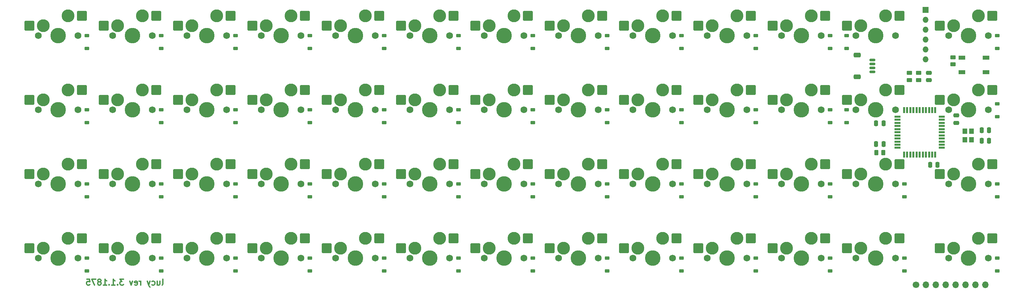
<source format=gbr>
%TF.GenerationSoftware,KiCad,Pcbnew,7.0.1-0*%
%TF.CreationDate,2023-08-02T22:11:56-05:00*%
%TF.ProjectId,pcb,7063622e-6b69-4636-9164-5f7063625858,rev?*%
%TF.SameCoordinates,Original*%
%TF.FileFunction,Soldermask,Bot*%
%TF.FilePolarity,Negative*%
%FSLAX46Y46*%
G04 Gerber Fmt 4.6, Leading zero omitted, Abs format (unit mm)*
G04 Created by KiCad (PCBNEW 7.0.1-0) date 2023-08-02 22:11:56*
%MOMM*%
%LPD*%
G01*
G04 APERTURE LIST*
G04 Aperture macros list*
%AMRoundRect*
0 Rectangle with rounded corners*
0 $1 Rounding radius*
0 $2 $3 $4 $5 $6 $7 $8 $9 X,Y pos of 4 corners*
0 Add a 4 corners polygon primitive as box body*
4,1,4,$2,$3,$4,$5,$6,$7,$8,$9,$2,$3,0*
0 Add four circle primitives for the rounded corners*
1,1,$1+$1,$2,$3*
1,1,$1+$1,$4,$5*
1,1,$1+$1,$6,$7*
1,1,$1+$1,$8,$9*
0 Add four rect primitives between the rounded corners*
20,1,$1+$1,$2,$3,$4,$5,0*
20,1,$1+$1,$4,$5,$6,$7,0*
20,1,$1+$1,$6,$7,$8,$9,0*
20,1,$1+$1,$8,$9,$2,$3,0*%
G04 Aperture macros list end*
%ADD10C,0.300000*%
%ADD11RoundRect,0.225000X0.375000X-0.225000X0.375000X0.225000X-0.375000X0.225000X-0.375000X-0.225000X0*%
%ADD12RoundRect,0.250000X-0.475000X0.250000X-0.475000X-0.250000X0.475000X-0.250000X0.475000X0.250000X0*%
%ADD13RoundRect,0.250000X0.450000X-0.262500X0.450000X0.262500X-0.450000X0.262500X-0.450000X-0.262500X0*%
%ADD14C,1.750000*%
%ADD15C,3.987800*%
%ADD16C,3.300000*%
%ADD17RoundRect,0.250000X1.025000X1.000000X-1.025000X1.000000X-1.025000X-1.000000X1.025000X-1.000000X0*%
%ADD18RoundRect,0.250000X-0.450000X0.262500X-0.450000X-0.262500X0.450000X-0.262500X0.450000X0.262500X0*%
%ADD19RoundRect,0.250000X-0.250000X-0.475000X0.250000X-0.475000X0.250000X0.475000X-0.250000X0.475000X0*%
%ADD20RoundRect,0.250000X0.250000X0.475000X-0.250000X0.475000X-0.250000X-0.475000X0.250000X-0.475000X0*%
%ADD21R,1.200000X1.400000*%
%ADD22RoundRect,0.250000X0.475000X-0.250000X0.475000X0.250000X-0.475000X0.250000X-0.475000X-0.250000X0*%
%ADD23RoundRect,0.150000X0.625000X-0.150000X0.625000X0.150000X-0.625000X0.150000X-0.625000X-0.150000X0*%
%ADD24RoundRect,0.250000X0.650000X-0.350000X0.650000X0.350000X-0.650000X0.350000X-0.650000X-0.350000X0*%
%ADD25RoundRect,0.250000X-0.262500X-0.450000X0.262500X-0.450000X0.262500X0.450000X-0.262500X0.450000X0*%
%ADD26C,1.700000*%
%ADD27O,1.700000X1.700000*%
%ADD28R,0.550000X1.500000*%
%ADD29R,1.500000X0.550000*%
%ADD30O,1.524000X1.524000*%
%ADD31R,1.524000X1.524000*%
%ADD32R,1.800000X1.100000*%
G04 APERTURE END LIST*
D10*
X63566964Y-93843928D02*
X63709821Y-93772500D01*
X63709821Y-93772500D02*
X63781250Y-93629642D01*
X63781250Y-93629642D02*
X63781250Y-92343928D01*
X62352679Y-92843928D02*
X62352679Y-93843928D01*
X62995536Y-92843928D02*
X62995536Y-93629642D01*
X62995536Y-93629642D02*
X62924107Y-93772500D01*
X62924107Y-93772500D02*
X62781250Y-93843928D01*
X62781250Y-93843928D02*
X62566964Y-93843928D01*
X62566964Y-93843928D02*
X62424107Y-93772500D01*
X62424107Y-93772500D02*
X62352679Y-93701071D01*
X60995536Y-93772500D02*
X61138393Y-93843928D01*
X61138393Y-93843928D02*
X61424107Y-93843928D01*
X61424107Y-93843928D02*
X61566964Y-93772500D01*
X61566964Y-93772500D02*
X61638393Y-93701071D01*
X61638393Y-93701071D02*
X61709821Y-93558214D01*
X61709821Y-93558214D02*
X61709821Y-93129642D01*
X61709821Y-93129642D02*
X61638393Y-92986785D01*
X61638393Y-92986785D02*
X61566964Y-92915357D01*
X61566964Y-92915357D02*
X61424107Y-92843928D01*
X61424107Y-92843928D02*
X61138393Y-92843928D01*
X61138393Y-92843928D02*
X60995536Y-92915357D01*
X60495536Y-92843928D02*
X60138393Y-93843928D01*
X59781250Y-92843928D02*
X60138393Y-93843928D01*
X60138393Y-93843928D02*
X60281250Y-94201071D01*
X60281250Y-94201071D02*
X60352679Y-94272500D01*
X60352679Y-94272500D02*
X60495536Y-94343928D01*
X58066965Y-93843928D02*
X58066965Y-92843928D01*
X58066965Y-93129642D02*
X57995536Y-92986785D01*
X57995536Y-92986785D02*
X57924108Y-92915357D01*
X57924108Y-92915357D02*
X57781250Y-92843928D01*
X57781250Y-92843928D02*
X57638393Y-92843928D01*
X56566965Y-93772500D02*
X56709822Y-93843928D01*
X56709822Y-93843928D02*
X56995537Y-93843928D01*
X56995537Y-93843928D02*
X57138394Y-93772500D01*
X57138394Y-93772500D02*
X57209822Y-93629642D01*
X57209822Y-93629642D02*
X57209822Y-93058214D01*
X57209822Y-93058214D02*
X57138394Y-92915357D01*
X57138394Y-92915357D02*
X56995537Y-92843928D01*
X56995537Y-92843928D02*
X56709822Y-92843928D01*
X56709822Y-92843928D02*
X56566965Y-92915357D01*
X56566965Y-92915357D02*
X56495537Y-93058214D01*
X56495537Y-93058214D02*
X56495537Y-93201071D01*
X56495537Y-93201071D02*
X57209822Y-93343928D01*
X55995537Y-92843928D02*
X55638394Y-93843928D01*
X55638394Y-93843928D02*
X55281251Y-92843928D01*
X53709823Y-92343928D02*
X52781251Y-92343928D01*
X52781251Y-92343928D02*
X53281251Y-92915357D01*
X53281251Y-92915357D02*
X53066966Y-92915357D01*
X53066966Y-92915357D02*
X52924109Y-92986785D01*
X52924109Y-92986785D02*
X52852680Y-93058214D01*
X52852680Y-93058214D02*
X52781251Y-93201071D01*
X52781251Y-93201071D02*
X52781251Y-93558214D01*
X52781251Y-93558214D02*
X52852680Y-93701071D01*
X52852680Y-93701071D02*
X52924109Y-93772500D01*
X52924109Y-93772500D02*
X53066966Y-93843928D01*
X53066966Y-93843928D02*
X53495537Y-93843928D01*
X53495537Y-93843928D02*
X53638394Y-93772500D01*
X53638394Y-93772500D02*
X53709823Y-93701071D01*
X52138395Y-93701071D02*
X52066966Y-93772500D01*
X52066966Y-93772500D02*
X52138395Y-93843928D01*
X52138395Y-93843928D02*
X52209823Y-93772500D01*
X52209823Y-93772500D02*
X52138395Y-93701071D01*
X52138395Y-93701071D02*
X52138395Y-93843928D01*
X50638394Y-93843928D02*
X51495537Y-93843928D01*
X51066966Y-93843928D02*
X51066966Y-92343928D01*
X51066966Y-92343928D02*
X51209823Y-92558214D01*
X51209823Y-92558214D02*
X51352680Y-92701071D01*
X51352680Y-92701071D02*
X51495537Y-92772500D01*
X49995538Y-93701071D02*
X49924109Y-93772500D01*
X49924109Y-93772500D02*
X49995538Y-93843928D01*
X49995538Y-93843928D02*
X50066966Y-93772500D01*
X50066966Y-93772500D02*
X49995538Y-93701071D01*
X49995538Y-93701071D02*
X49995538Y-93843928D01*
X48495537Y-93843928D02*
X49352680Y-93843928D01*
X48924109Y-93843928D02*
X48924109Y-92343928D01*
X48924109Y-92343928D02*
X49066966Y-92558214D01*
X49066966Y-92558214D02*
X49209823Y-92701071D01*
X49209823Y-92701071D02*
X49352680Y-92772500D01*
X47638395Y-92986785D02*
X47781252Y-92915357D01*
X47781252Y-92915357D02*
X47852681Y-92843928D01*
X47852681Y-92843928D02*
X47924109Y-92701071D01*
X47924109Y-92701071D02*
X47924109Y-92629642D01*
X47924109Y-92629642D02*
X47852681Y-92486785D01*
X47852681Y-92486785D02*
X47781252Y-92415357D01*
X47781252Y-92415357D02*
X47638395Y-92343928D01*
X47638395Y-92343928D02*
X47352681Y-92343928D01*
X47352681Y-92343928D02*
X47209824Y-92415357D01*
X47209824Y-92415357D02*
X47138395Y-92486785D01*
X47138395Y-92486785D02*
X47066966Y-92629642D01*
X47066966Y-92629642D02*
X47066966Y-92701071D01*
X47066966Y-92701071D02*
X47138395Y-92843928D01*
X47138395Y-92843928D02*
X47209824Y-92915357D01*
X47209824Y-92915357D02*
X47352681Y-92986785D01*
X47352681Y-92986785D02*
X47638395Y-92986785D01*
X47638395Y-92986785D02*
X47781252Y-93058214D01*
X47781252Y-93058214D02*
X47852681Y-93129642D01*
X47852681Y-93129642D02*
X47924109Y-93272500D01*
X47924109Y-93272500D02*
X47924109Y-93558214D01*
X47924109Y-93558214D02*
X47852681Y-93701071D01*
X47852681Y-93701071D02*
X47781252Y-93772500D01*
X47781252Y-93772500D02*
X47638395Y-93843928D01*
X47638395Y-93843928D02*
X47352681Y-93843928D01*
X47352681Y-93843928D02*
X47209824Y-93772500D01*
X47209824Y-93772500D02*
X47138395Y-93701071D01*
X47138395Y-93701071D02*
X47066966Y-93558214D01*
X47066966Y-93558214D02*
X47066966Y-93272500D01*
X47066966Y-93272500D02*
X47138395Y-93129642D01*
X47138395Y-93129642D02*
X47209824Y-93058214D01*
X47209824Y-93058214D02*
X47352681Y-92986785D01*
X46566967Y-92343928D02*
X45566967Y-92343928D01*
X45566967Y-92343928D02*
X46209824Y-93843928D01*
X44281253Y-92343928D02*
X44995539Y-92343928D01*
X44995539Y-92343928D02*
X45066967Y-93058214D01*
X45066967Y-93058214D02*
X44995539Y-92986785D01*
X44995539Y-92986785D02*
X44852682Y-92915357D01*
X44852682Y-92915357D02*
X44495539Y-92915357D01*
X44495539Y-92915357D02*
X44352682Y-92986785D01*
X44352682Y-92986785D02*
X44281253Y-93058214D01*
X44281253Y-93058214D02*
X44209824Y-93201071D01*
X44209824Y-93201071D02*
X44209824Y-93558214D01*
X44209824Y-93558214D02*
X44281253Y-93701071D01*
X44281253Y-93701071D02*
X44352682Y-93772500D01*
X44352682Y-93772500D02*
X44495539Y-93843928D01*
X44495539Y-93843928D02*
X44852682Y-93843928D01*
X44852682Y-93843928D02*
X44995539Y-93772500D01*
X44995539Y-93772500D02*
X45066967Y-93701071D01*
D11*
%TO.C,D7*%
X158606252Y-33075000D03*
X158606252Y-29775000D03*
%TD*%
D12*
%TO.C,C4*%
X267100000Y-50300000D03*
X267100000Y-52200000D03*
%TD*%
D13*
%TO.C,RSW1*%
X266250000Y-37162500D03*
X266250000Y-35337500D03*
%TD*%
D11*
%TO.C,D8*%
X177656252Y-33075000D03*
X177656252Y-29775000D03*
%TD*%
%TO.C,D14*%
X44306252Y-52125000D03*
X44306252Y-48825000D03*
%TD*%
D14*
%TO.C,MX42*%
X80089438Y-86915698D03*
D15*
X75009438Y-86915698D03*
D14*
X69929438Y-86915698D03*
D16*
X71199438Y-84375698D03*
D17*
X67649438Y-84375698D03*
X81099438Y-81835698D03*
D16*
X77549438Y-81835698D03*
%TD*%
D11*
%TO.C,D35*%
X196706252Y-71200000D03*
X196706252Y-67900000D03*
%TD*%
%TO.C,D11*%
X234806252Y-33075000D03*
X234806252Y-29775000D03*
%TD*%
D18*
%TO.C,R3*%
X257450000Y-39337500D03*
X257450000Y-41162500D03*
%TD*%
D14*
%TO.C,MX9*%
X194389534Y-29765650D03*
D15*
X189309534Y-29765650D03*
D14*
X184229534Y-29765650D03*
D16*
X185499534Y-27225650D03*
D17*
X181949534Y-27225650D03*
X195399534Y-24685650D03*
D16*
X191849534Y-24685650D03*
%TD*%
D14*
%TO.C,MX3*%
X80089438Y-29765650D03*
D15*
X75009438Y-29765650D03*
D14*
X69929438Y-29765650D03*
D16*
X71199438Y-27225650D03*
D17*
X67649438Y-27225650D03*
X81099438Y-24685650D03*
D16*
X77549438Y-24685650D03*
%TD*%
D11*
%TO.C,D39*%
X277668748Y-71200000D03*
X277668748Y-67900000D03*
%TD*%
D14*
%TO.C,MX41*%
X61039422Y-86915698D03*
D15*
X55959422Y-86915698D03*
D14*
X50879422Y-86915698D03*
D16*
X52149422Y-84375698D03*
D17*
X48599422Y-84375698D03*
X62049422Y-81835698D03*
D16*
X58499422Y-81835698D03*
%TD*%
D14*
%TO.C,MX25*%
X251539582Y-48815666D03*
D15*
X246459582Y-48815666D03*
D14*
X241379582Y-48815666D03*
D16*
X242649582Y-46275666D03*
D17*
X239099582Y-46275666D03*
X252549582Y-43735666D03*
D16*
X248999582Y-43735666D03*
%TD*%
D14*
%TO.C,MX22*%
X194389534Y-48815666D03*
D15*
X189309534Y-48815666D03*
D14*
X184229534Y-48815666D03*
D16*
X185499534Y-46275666D03*
D17*
X181949534Y-46275666D03*
X195399534Y-43735666D03*
D16*
X191849534Y-43735666D03*
%TD*%
D14*
%TO.C,MX49*%
X213439550Y-86915698D03*
D15*
X208359550Y-86915698D03*
D14*
X203279550Y-86915698D03*
D16*
X204549550Y-84375698D03*
D17*
X200999550Y-84375698D03*
X214449550Y-81835698D03*
D16*
X210899550Y-81835698D03*
%TD*%
D11*
%TO.C,D46*%
X158606252Y-90200000D03*
X158606252Y-86900000D03*
%TD*%
%TO.C,D40*%
X44306252Y-90200000D03*
X44306252Y-86900000D03*
%TD*%
D14*
%TO.C,MX10*%
X213439550Y-29765650D03*
D15*
X208359550Y-29765650D03*
D14*
X203279550Y-29765650D03*
D16*
X204549550Y-27225650D03*
D17*
X200999550Y-27225650D03*
X214449550Y-24685650D03*
D16*
X210899550Y-24685650D03*
%TD*%
D19*
%TO.C,CX1*%
X273650000Y-54050000D03*
X275550000Y-54050000D03*
%TD*%
D13*
%TO.C,R2*%
X255150000Y-41162500D03*
X255150000Y-39337500D03*
%TD*%
D20*
%TO.C,C1*%
X248490834Y-52275000D03*
X246590834Y-52275000D03*
%TD*%
D11*
%TO.C,D4*%
X101456252Y-33075000D03*
X101456252Y-29775000D03*
%TD*%
D21*
%TO.C,Y1*%
X271050000Y-54325000D03*
X271050000Y-56525000D03*
X269350000Y-56525000D03*
X269350000Y-54325000D03*
%TD*%
D20*
%TO.C,C2*%
X248500000Y-57600000D03*
X246600000Y-57600000D03*
%TD*%
D14*
%TO.C,MX19*%
X137239486Y-48815666D03*
D15*
X132159486Y-48815666D03*
D14*
X127079486Y-48815666D03*
D16*
X128349486Y-46275666D03*
D17*
X124799486Y-46275666D03*
X138249486Y-43735666D03*
D16*
X134699486Y-43735666D03*
%TD*%
D11*
%TO.C,D29*%
X82406252Y-71200000D03*
X82406252Y-67900000D03*
%TD*%
D14*
%TO.C,MX21*%
X175339518Y-48815666D03*
D15*
X170259518Y-48815666D03*
D14*
X165179518Y-48815666D03*
D16*
X166449518Y-46275666D03*
D17*
X162899518Y-46275666D03*
X176349518Y-43735666D03*
D16*
X172799518Y-43735666D03*
%TD*%
D11*
%TO.C,D24*%
X234806252Y-52125000D03*
X234806252Y-48825000D03*
%TD*%
%TO.C,D31*%
X120506252Y-71200000D03*
X120506252Y-67900000D03*
%TD*%
%TO.C,D45*%
X139556252Y-90200000D03*
X139556252Y-86900000D03*
%TD*%
%TO.C,D16*%
X82406252Y-52125000D03*
X82406252Y-48825000D03*
%TD*%
%TO.C,D41*%
X63356252Y-90200000D03*
X63356252Y-86900000D03*
%TD*%
D14*
%TO.C,MX16*%
X80089438Y-48815666D03*
D15*
X75009438Y-48815666D03*
D14*
X69929438Y-48815666D03*
D16*
X71199438Y-46275666D03*
D17*
X67649438Y-46275666D03*
X81099438Y-43735666D03*
D16*
X77549438Y-43735666D03*
%TD*%
D11*
%TO.C,D13*%
X277668748Y-33075000D03*
X277668748Y-29775000D03*
%TD*%
D14*
%TO.C,MX32*%
X137239486Y-67865682D03*
D15*
X132159486Y-67865682D03*
D14*
X127079486Y-67865682D03*
D16*
X128349486Y-65325682D03*
D17*
X124799486Y-65325682D03*
X138249486Y-62785682D03*
D16*
X134699486Y-62785682D03*
%TD*%
D11*
%TO.C,D49*%
X215756252Y-90200000D03*
X215756252Y-86900000D03*
%TD*%
D14*
%TO.C,MX8*%
X175339518Y-29765650D03*
D15*
X170259518Y-29765650D03*
D14*
X165179518Y-29765650D03*
D16*
X166449518Y-27225650D03*
D17*
X162899518Y-27225650D03*
X176349518Y-24685650D03*
D16*
X172799518Y-24685650D03*
%TD*%
D11*
%TO.C,D51*%
X253856252Y-90200000D03*
X253856252Y-86900000D03*
%TD*%
%TO.C,D50*%
X234806252Y-90200000D03*
X234806252Y-86900000D03*
%TD*%
D22*
%TO.C,C5*%
X260075000Y-41200000D03*
X260075000Y-39300000D03*
%TD*%
D11*
%TO.C,D52*%
X277668748Y-90200000D03*
X277668748Y-86900000D03*
%TD*%
D14*
%TO.C,MX33*%
X156289502Y-67865682D03*
D15*
X151209502Y-67865682D03*
D14*
X146129502Y-67865682D03*
D16*
X147399502Y-65325682D03*
D17*
X143849502Y-65325682D03*
X157299502Y-62785682D03*
D16*
X153749502Y-62785682D03*
%TD*%
D11*
%TO.C,D37*%
X234806252Y-71200000D03*
X234806252Y-67900000D03*
%TD*%
%TO.C,D3*%
X82406252Y-33075000D03*
X82406252Y-29775000D03*
%TD*%
D19*
%TO.C,C3*%
X260450000Y-63000000D03*
X262350000Y-63000000D03*
%TD*%
D14*
%TO.C,MX37*%
X232489566Y-67865682D03*
D15*
X227409566Y-67865682D03*
D14*
X222329566Y-67865682D03*
D16*
X223599566Y-65325682D03*
D17*
X220049566Y-65325682D03*
X233499566Y-62785682D03*
D16*
X229949566Y-62785682D03*
%TD*%
D11*
%TO.C,D18*%
X120506252Y-52125000D03*
X120506252Y-48825000D03*
%TD*%
%TO.C,D28*%
X63356252Y-71200000D03*
X63356252Y-67900000D03*
%TD*%
D14*
%TO.C,MX34*%
X175339518Y-67865682D03*
D15*
X170259518Y-67865682D03*
D14*
X165179518Y-67865682D03*
D16*
X166449518Y-65325682D03*
D17*
X162899518Y-65325682D03*
X176349518Y-62785682D03*
D16*
X172799518Y-62785682D03*
%TD*%
D14*
%TO.C,MX28*%
X61039422Y-67865682D03*
D15*
X55959422Y-67865682D03*
D14*
X50879422Y-67865682D03*
D16*
X52149422Y-65325682D03*
D17*
X48599422Y-65325682D03*
X62049422Y-62785682D03*
D16*
X58499422Y-62785682D03*
%TD*%
D14*
%TO.C,MX47*%
X175339518Y-86915698D03*
D15*
X170259518Y-86915698D03*
D14*
X165179518Y-86915698D03*
D16*
X166449518Y-84375698D03*
D17*
X162899518Y-84375698D03*
X176349518Y-81835698D03*
D16*
X172799518Y-81835698D03*
%TD*%
D11*
%TO.C,D32*%
X139556252Y-71200000D03*
X139556252Y-67900000D03*
%TD*%
D14*
%TO.C,MX45*%
X137239486Y-86915698D03*
D15*
X132159486Y-86915698D03*
D14*
X127079486Y-86915698D03*
D16*
X128349486Y-84375698D03*
D17*
X124799486Y-84375698D03*
X138249486Y-81835698D03*
D16*
X134699486Y-81835698D03*
%TD*%
D11*
%TO.C,D5*%
X120506252Y-33075000D03*
X120506252Y-29775000D03*
%TD*%
D14*
%TO.C,MX4*%
X99139454Y-29765650D03*
D15*
X94059454Y-29765650D03*
D14*
X88979454Y-29765650D03*
D16*
X90249454Y-27225650D03*
D17*
X86699454Y-27225650D03*
X100149454Y-24685650D03*
D16*
X96599454Y-24685650D03*
%TD*%
D11*
%TO.C,D27*%
X44306252Y-71200000D03*
X44306252Y-67900000D03*
%TD*%
D14*
%TO.C,MX29*%
X80089438Y-67865682D03*
D15*
X75009438Y-67865682D03*
D14*
X69929438Y-67865682D03*
D16*
X71199438Y-65325682D03*
D17*
X67649438Y-65325682D03*
X81099438Y-62785682D03*
D16*
X77549438Y-62785682D03*
%TD*%
D14*
%TO.C,MX7*%
X156289502Y-29765650D03*
D15*
X151209502Y-29765650D03*
D14*
X146129502Y-29765650D03*
D16*
X147399502Y-27225650D03*
D17*
X143849502Y-27225650D03*
X157299502Y-24685650D03*
D16*
X153749502Y-24685650D03*
%TD*%
D11*
%TO.C,D48*%
X196706252Y-90200000D03*
X196706252Y-86900000D03*
%TD*%
%TO.C,D34*%
X177656252Y-71200000D03*
X177656252Y-67900000D03*
%TD*%
D14*
%TO.C,MX18*%
X118189470Y-48815666D03*
D15*
X113109470Y-48815666D03*
D14*
X108029470Y-48815666D03*
D16*
X109299470Y-46275666D03*
D17*
X105749470Y-46275666D03*
X119199470Y-43735666D03*
D16*
X115649470Y-43735666D03*
%TD*%
D11*
%TO.C,D20*%
X158606252Y-52125000D03*
X158606252Y-48825000D03*
%TD*%
D14*
%TO.C,MX39*%
X275352102Y-67865682D03*
D15*
X270272102Y-67865682D03*
D14*
X265192102Y-67865682D03*
D16*
X266462102Y-65325682D03*
D17*
X262912102Y-65325682D03*
X276362102Y-62785682D03*
D16*
X272812102Y-62785682D03*
%TD*%
D23*
%TO.C,J3*%
X245650000Y-39050000D03*
X245650000Y-38050000D03*
X245650000Y-37050000D03*
X245650000Y-36050000D03*
D24*
X241775000Y-40350000D03*
X241775000Y-34750000D03*
%TD*%
D14*
%TO.C,MX24*%
X232489566Y-48815666D03*
D15*
X227409566Y-48815666D03*
D14*
X222329566Y-48815666D03*
D16*
X223599566Y-46275666D03*
D17*
X220049566Y-46275666D03*
X233499566Y-43735666D03*
D16*
X229949566Y-43735666D03*
%TD*%
D11*
%TO.C,D19*%
X139556252Y-52125000D03*
X139556252Y-48825000D03*
%TD*%
D14*
%TO.C,MX43*%
X99139454Y-86915698D03*
D15*
X94059454Y-86915698D03*
D14*
X88979454Y-86915698D03*
D16*
X90249454Y-84375698D03*
D17*
X86699454Y-84375698D03*
X100149454Y-81835698D03*
D16*
X96599454Y-81835698D03*
%TD*%
D14*
%TO.C,MX13*%
X275352102Y-29765650D03*
D15*
X270272102Y-29765650D03*
D14*
X265192102Y-29765650D03*
D16*
X266462102Y-27225650D03*
D17*
X262912102Y-27225650D03*
X276362102Y-24685650D03*
D16*
X272812102Y-24685650D03*
%TD*%
D14*
%TO.C,MX6*%
X137239486Y-29765650D03*
D15*
X132159486Y-29765650D03*
D14*
X127079486Y-29765650D03*
D16*
X128349486Y-27225650D03*
D17*
X124799486Y-27225650D03*
X138249486Y-24685650D03*
D16*
X134699486Y-24685650D03*
%TD*%
D14*
%TO.C,MX36*%
X213439550Y-67865682D03*
D15*
X208359550Y-67865682D03*
D14*
X203279550Y-67865682D03*
D16*
X204549550Y-65325682D03*
D17*
X200999550Y-65325682D03*
X214449550Y-62785682D03*
D16*
X210899550Y-62785682D03*
%TD*%
D25*
%TO.C,R1*%
X246637500Y-59800000D03*
X248462500Y-59800000D03*
%TD*%
D26*
%TO.C,J5*%
X256825000Y-93750000D03*
D27*
X259365000Y-93750000D03*
X261905000Y-93750000D03*
X264445000Y-93750000D03*
X266985000Y-93750000D03*
X269525000Y-93750000D03*
X272065000Y-93750000D03*
X274605000Y-93750000D03*
%TD*%
D11*
%TO.C,D6*%
X139556252Y-33075000D03*
X139556252Y-29775000D03*
%TD*%
D14*
%TO.C,MX30*%
X99139454Y-67865682D03*
D15*
X94059454Y-67865682D03*
D14*
X88979454Y-67865682D03*
D16*
X90249454Y-65325682D03*
D17*
X86699454Y-65325682D03*
X100149454Y-62785682D03*
D16*
X96599454Y-62785682D03*
%TD*%
D11*
%TO.C,D12*%
X239050000Y-33075000D03*
X239050000Y-29775000D03*
%TD*%
%TO.C,D30*%
X101456252Y-71200000D03*
X101456252Y-67900000D03*
%TD*%
%TO.C,D2*%
X63351252Y-33075000D03*
X63351252Y-29775000D03*
%TD*%
D19*
%TO.C,CX2*%
X273650000Y-56750000D03*
X275550000Y-56750000D03*
%TD*%
D14*
%TO.C,MX35*%
X194389534Y-67865682D03*
D15*
X189309534Y-67865682D03*
D14*
X184229534Y-67865682D03*
D16*
X185499534Y-65325682D03*
D17*
X181949534Y-65325682D03*
X195399534Y-62785682D03*
D16*
X191849534Y-62785682D03*
%TD*%
D14*
%TO.C,MX15*%
X61039422Y-48815666D03*
D15*
X55959422Y-48815666D03*
D14*
X50879422Y-48815666D03*
D16*
X52149422Y-46275666D03*
D17*
X48599422Y-46275666D03*
X62049422Y-43735666D03*
D16*
X58499422Y-43735666D03*
%TD*%
D14*
%TO.C,MX48*%
X194389534Y-86915698D03*
D15*
X189309534Y-86915698D03*
D14*
X184229534Y-86915698D03*
D16*
X185499534Y-84375698D03*
D17*
X181949534Y-84375698D03*
X195399534Y-81835698D03*
D16*
X191849534Y-81835698D03*
%TD*%
D11*
%TO.C,D33*%
X158606252Y-71200000D03*
X158606252Y-67900000D03*
%TD*%
D14*
%TO.C,MX31*%
X118189470Y-67865682D03*
D15*
X113109470Y-67865682D03*
D14*
X108029470Y-67865682D03*
D16*
X109299470Y-65325682D03*
D17*
X105749470Y-65325682D03*
X119199470Y-62785682D03*
D16*
X115649470Y-62785682D03*
%TD*%
D11*
%TO.C,D22*%
X196706252Y-52125000D03*
X196706252Y-48825000D03*
%TD*%
D14*
%TO.C,MX17*%
X99139454Y-48815666D03*
D15*
X94059454Y-48815666D03*
D14*
X88979454Y-48815666D03*
D16*
X90249454Y-46275666D03*
D17*
X86699454Y-46275666D03*
X100149454Y-43735666D03*
D16*
X96599454Y-43735666D03*
%TD*%
D11*
%TO.C,D36*%
X215756252Y-71200000D03*
X215756252Y-67900000D03*
%TD*%
D14*
%TO.C,MX51*%
X251539582Y-86915698D03*
D15*
X246459582Y-86915698D03*
D14*
X241379582Y-86915698D03*
D16*
X242649582Y-84375698D03*
D17*
X239099582Y-84375698D03*
X252549582Y-81835698D03*
D16*
X248999582Y-81835698D03*
%TD*%
D28*
%TO.C,U1*%
X253750000Y-48900000D03*
X254550000Y-48900000D03*
X255350000Y-48900000D03*
X256150000Y-48900000D03*
X256950000Y-48900000D03*
X257750000Y-48900000D03*
X258550000Y-48900000D03*
X259350000Y-48900000D03*
X260150000Y-48900000D03*
X260950000Y-48900000D03*
X261750000Y-48900000D03*
D29*
X263450000Y-50600000D03*
X263450000Y-51400000D03*
X263450000Y-52200000D03*
X263450000Y-53000000D03*
X263450000Y-53800000D03*
X263450000Y-54600000D03*
X263450000Y-55400000D03*
X263450000Y-56200000D03*
X263450000Y-57000000D03*
X263450000Y-57800000D03*
X263450000Y-58600000D03*
D28*
X261750000Y-60300000D03*
X260950000Y-60300000D03*
X260150000Y-60300000D03*
X259350000Y-60300000D03*
X258550000Y-60300000D03*
X257750000Y-60300000D03*
X256950000Y-60300000D03*
X256150000Y-60300000D03*
X255350000Y-60300000D03*
X254550000Y-60300000D03*
X253750000Y-60300000D03*
D29*
X252050000Y-58600000D03*
X252050000Y-57800000D03*
X252050000Y-57000000D03*
X252050000Y-56200000D03*
X252050000Y-55400000D03*
X252050000Y-54600000D03*
X252050000Y-53800000D03*
X252050000Y-53000000D03*
X252050000Y-52200000D03*
X252050000Y-51400000D03*
X252050000Y-50600000D03*
%TD*%
D14*
%TO.C,MX44*%
X118189470Y-86915698D03*
D15*
X113109470Y-86915698D03*
D14*
X108029470Y-86915698D03*
D16*
X109299470Y-84375698D03*
D17*
X105749470Y-84375698D03*
X119199470Y-81835698D03*
D16*
X115649470Y-81835698D03*
%TD*%
D14*
%TO.C,MX27*%
X41989406Y-67865682D03*
D15*
X36909406Y-67865682D03*
D14*
X31829406Y-67865682D03*
D16*
X33099406Y-65325682D03*
D17*
X29549406Y-65325682D03*
X42999406Y-62785682D03*
D16*
X39449406Y-62785682D03*
%TD*%
D14*
%TO.C,MX40*%
X41989406Y-86915698D03*
D15*
X36909406Y-86915698D03*
D14*
X31829406Y-86915698D03*
D16*
X33099406Y-84375698D03*
D17*
X29549406Y-84375698D03*
X42999406Y-81835698D03*
D16*
X39449406Y-81835698D03*
%TD*%
D14*
%TO.C,MX12*%
X251539582Y-29765650D03*
D15*
X246459582Y-29765650D03*
D14*
X241379582Y-29765650D03*
D16*
X242649582Y-27225650D03*
D17*
X239099582Y-27225650D03*
X252549582Y-24685650D03*
D16*
X248999582Y-24685650D03*
%TD*%
D11*
%TO.C,D43*%
X101456252Y-90200000D03*
X101456252Y-86900000D03*
%TD*%
%TO.C,D47*%
X177656252Y-90200000D03*
X177656252Y-86900000D03*
%TD*%
D14*
%TO.C,MX11*%
X232489566Y-29765650D03*
D15*
X227409566Y-29765650D03*
D14*
X222329566Y-29765650D03*
D16*
X223599566Y-27225650D03*
D17*
X220049566Y-27225650D03*
X233499566Y-24685650D03*
D16*
X229949566Y-24685650D03*
%TD*%
D11*
%TO.C,D9*%
X196706252Y-33075000D03*
X196706252Y-29775000D03*
%TD*%
D14*
%TO.C,MX23*%
X213439550Y-48815666D03*
D15*
X208359550Y-48815666D03*
D14*
X203279550Y-48815666D03*
D16*
X204549550Y-46275666D03*
D17*
X200999550Y-46275666D03*
X214449550Y-43735666D03*
D16*
X210899550Y-43735666D03*
%TD*%
D14*
%TO.C,MX52*%
X275352102Y-86915698D03*
D15*
X270272102Y-86915698D03*
D14*
X265192102Y-86915698D03*
D16*
X266462102Y-84375698D03*
D17*
X262912102Y-84375698D03*
X276362102Y-81835698D03*
D16*
X272812102Y-81835698D03*
%TD*%
D11*
%TO.C,D1*%
X44311252Y-33052500D03*
X44311252Y-29752500D03*
%TD*%
%TO.C,D21*%
X177656252Y-52125000D03*
X177656252Y-48825000D03*
%TD*%
D14*
%TO.C,MX2*%
X61039422Y-29765650D03*
D15*
X55959422Y-29765650D03*
D14*
X50879422Y-29765650D03*
D16*
X52149422Y-27225650D03*
D17*
X48599422Y-27225650D03*
X62049422Y-24685650D03*
D16*
X58499422Y-24685650D03*
%TD*%
D14*
%TO.C,MX50*%
X232489566Y-86915698D03*
D15*
X227409566Y-86915698D03*
D14*
X222329566Y-86915698D03*
D16*
X223599566Y-84375698D03*
D17*
X220049566Y-84375698D03*
X233499566Y-81835698D03*
D16*
X229949566Y-81835698D03*
%TD*%
D11*
%TO.C,D38*%
X253856252Y-71200000D03*
X253856252Y-67900000D03*
%TD*%
D14*
%TO.C,MX20*%
X156289502Y-48815666D03*
D15*
X151209502Y-48815666D03*
D14*
X146129502Y-48815666D03*
D16*
X147399502Y-46275666D03*
D17*
X143849502Y-46275666D03*
X157299502Y-43735666D03*
D16*
X153749502Y-43735666D03*
%TD*%
D14*
%TO.C,MX26*%
X275352102Y-48815666D03*
D15*
X270272102Y-48815666D03*
D14*
X265192102Y-48815666D03*
D16*
X266462102Y-46275666D03*
D17*
X262912102Y-46275666D03*
X276362102Y-43735666D03*
D16*
X272812102Y-43735666D03*
%TD*%
D11*
%TO.C,D15*%
X63356252Y-52125000D03*
X63356252Y-48825000D03*
%TD*%
D14*
%TO.C,MX1*%
X41989406Y-29765650D03*
D15*
X36909406Y-29765650D03*
D14*
X31829406Y-29765650D03*
D16*
X33099406Y-27225650D03*
D17*
X29549406Y-27225650D03*
X42999406Y-24685650D03*
D16*
X39449406Y-24685650D03*
%TD*%
D30*
%TO.C,J2*%
X259225000Y-35850000D03*
X259225000Y-25690000D03*
X259225000Y-30770000D03*
X259225000Y-33310000D03*
X259225000Y-28230000D03*
D31*
X259225000Y-23150000D03*
%TD*%
D32*
%TO.C,SW1*%
X274750000Y-35475000D03*
X268550000Y-39175000D03*
X274750000Y-39175000D03*
X268550000Y-35475000D03*
%TD*%
D11*
%TO.C,D23*%
X215756252Y-52125000D03*
X215756252Y-48825000D03*
%TD*%
%TO.C,D25*%
X239056252Y-52125000D03*
X239056252Y-48825000D03*
%TD*%
%TO.C,D42*%
X82406252Y-90200000D03*
X82406252Y-86900000D03*
%TD*%
%TO.C,D26*%
X277668748Y-50625000D03*
X277668748Y-47325000D03*
%TD*%
D14*
%TO.C,MX38*%
X251539582Y-67865682D03*
D15*
X246459582Y-67865682D03*
D14*
X241379582Y-67865682D03*
D16*
X242649582Y-65325682D03*
D17*
X239099582Y-65325682D03*
X252549582Y-62785682D03*
D16*
X248999582Y-62785682D03*
%TD*%
D11*
%TO.C,D10*%
X215756252Y-33075000D03*
X215756252Y-29775000D03*
%TD*%
D14*
%TO.C,MX5*%
X118189470Y-29765650D03*
D15*
X113109470Y-29765650D03*
D14*
X108029470Y-29765650D03*
D16*
X109299470Y-27225650D03*
D17*
X105749470Y-27225650D03*
X119199470Y-24685650D03*
D16*
X115649470Y-24685650D03*
%TD*%
D11*
%TO.C,D44*%
X120506252Y-90200000D03*
X120506252Y-86900000D03*
%TD*%
%TO.C,D17*%
X101456252Y-52125000D03*
X101456252Y-48825000D03*
%TD*%
D14*
%TO.C,MX46*%
X156289502Y-86915698D03*
D15*
X151209502Y-86915698D03*
D14*
X146129502Y-86915698D03*
D16*
X147399502Y-84375698D03*
D17*
X143849502Y-84375698D03*
X157299502Y-81835698D03*
D16*
X153749502Y-81835698D03*
%TD*%
D14*
%TO.C,MX14*%
X41989406Y-48815666D03*
D15*
X36909406Y-48815666D03*
D14*
X31829406Y-48815666D03*
D16*
X33099406Y-46275666D03*
D17*
X29549406Y-46275666D03*
X42999406Y-43735666D03*
D16*
X39449406Y-43735666D03*
%TD*%
M02*

</source>
